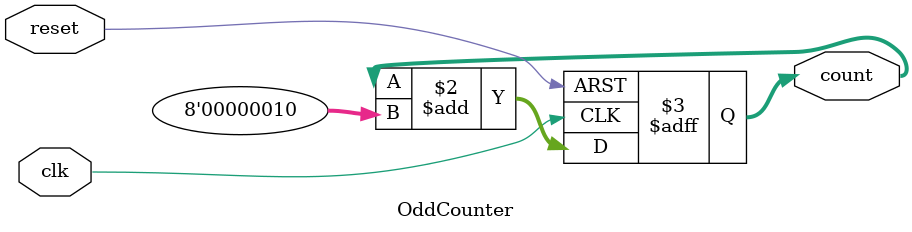
<source format=v>
module OddCounter(clk,reset,count);
	input clk,reset;
	output reg [7:0] count;
	
	always @ (posedge clk or posedge reset)
	begin
		if(reset)
			count<=8'h01;
		else
			count<=count+8'd2;
	end
endmodule
</source>
